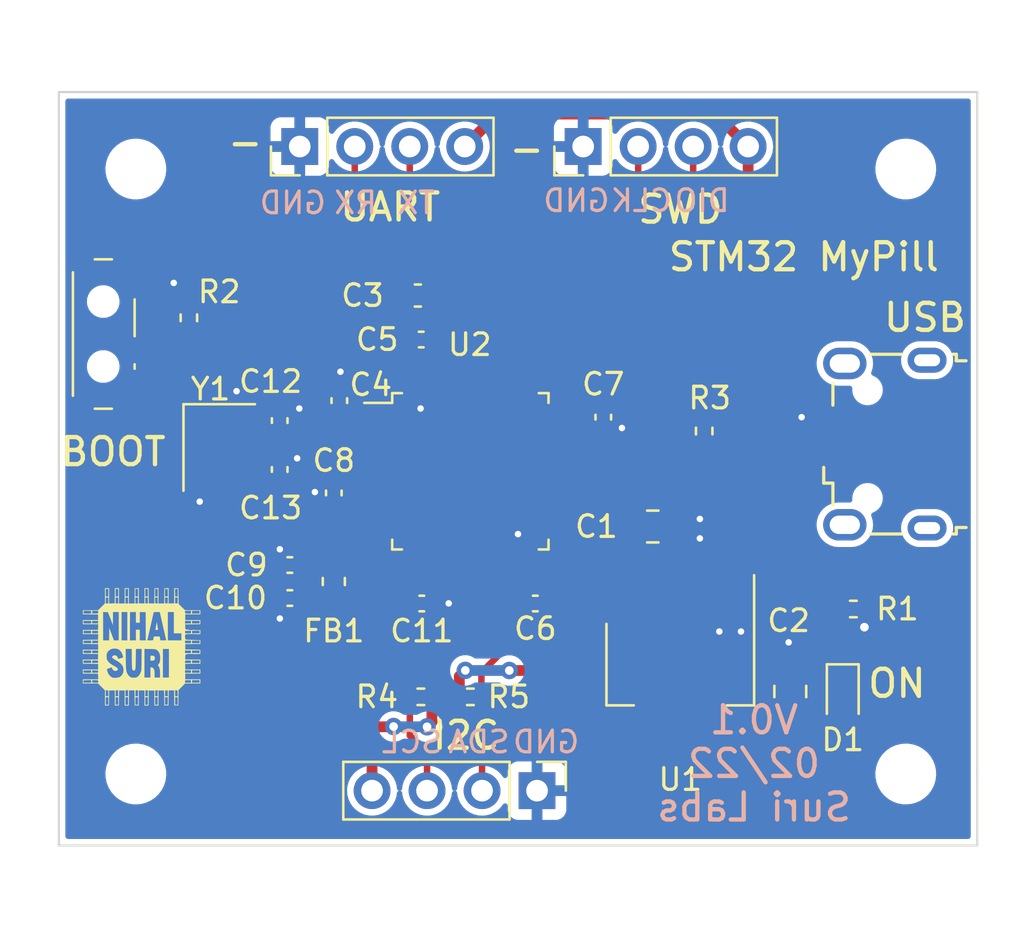
<source format=kicad_pcb>
(kicad_pcb (version 20211014) (generator pcbnew)
  (layers (0 "F.Cu" signal) (31 "B.Cu" power) (34 "B.Paste" user) (35 "F.Paste" user) (36 "B.SilkS" user "B.Silkscreen") (37 "F.SilkS" user "F.Silkscreen") (38 "B.Mask" user) (39 "F.Mask" user) (44 "Edge.Cuts" user))
  (net 0 "")
  (net 1 "VBUS")
  (net 2 "GND")
  (net 3 "+3V3")
  (net 4 "+3.3VA")
  (net 5 "/NRST")
  (net 6 "/HSE_IN")
  (net 7 "/HSE_OUT")
  (net 8 "/PWR_LED_K")
  (net 9 "/USB_D-")
  (net 10 "/USB_D+")
  (net 12 "/USART1_RX")
  (net 13 "/USART1_TX")
  (net 14 "/SWCLK")
  (net 15 "/SWDIO")
  (net 16 "/I2C2_SDA")
  (net 17 "/I2C2_SCL")
  (net 18 "/SW_BOOT0")
  (net 19 "/BOOT0")
  (footprint "Package_TO_SOT_SMD:SOT-223-3_TabPin2" (layer "F.Cu") (at 107.696 88.9 -90)
    (fp_text reference "U1" (at 5.334 0 180) (layer "F.SilkS"))
    (fp_text value "AMS1117-3.3")
    (pad "1" smd rect (at -3.15 -2.3 270) (size 2 1.5) (layers "F.Cu" "F.Paste" "F.Mask") (net 2 "GND"))
    (pad "2" smd rect (at -3.15 0 270) (size 2 1.5) (layers "F.Cu" "F.Paste" "F.Mask") (net 3 "+3V3"))
    (pad "2" smd rect (at 3.15 0 270) (size 2 3.8) (layers "F.Cu" "F.Paste" "F.Mask") (net 3 "+3V3"))
    (pad "3" smd rect (at -3.15 2.3 270) (size 2 1.5) (layers "F.Cu" "F.Paste" "F.Mask") (net 1 "VBUS"))
  )
  (footprint "Capacitor_SMD:C_0402_1005Metric" (layer "F.Cu") (at 101 86.106 180)
    (fp_text reference "C6" (at 0 -1.16) (layer "F.SilkS"))
    (fp_text value "100n")
    (pad "1" smd roundrect (at -0.48 0 180) (size 0.56 0.62) (layers "F.Cu" "F.Paste" "F.Mask") (net 3 "+3V3"))
    (pad "2" smd roundrect (at 0.48 0 180) (size 0.56 0.62) (layers "F.Cu" "F.Paste" "F.Mask") (net 2 "GND"))
  )
  (footprint "Connector_USB:USB_Micro-B_Wuerth_629105150521" (layer "F.Cu") (at 117.145 78.745 90)
    (fp_text reference "J1")
    (fp_text value "USB_B_Micro")
    (pad "" np_thru_hole oval (at 2.5 -0.8 90) (size 0.8 0.8) (drill 0.8) (layers *.Cu *.Mask))
    (pad "" np_thru_hole oval (at -2.5 -0.8 90) (size 0.8 0.8) (drill 0.8) (layers *.Cu *.Mask))
    (pad "1" smd rect (at -1.3 -1.9 90) (size 0.45 1.3) (layers "F.Cu" "F.Paste" "F.Mask") (net 1 "VBUS"))
    (pad "2" smd rect (at -0.65 -1.9 90) (size 0.45 1.3) (layers "F.Cu" "F.Paste" "F.Mask") (net 9 "/USB_D-"))
    (pad "3" smd rect (at 0 -1.9 90) (size 0.45 1.3) (layers "F.Cu" "F.Paste" "F.Mask") (net 10 "/USB_D+"))
    (pad "4" smd rect (at 0.65 -1.9 90) (size 0.45 1.3) (layers "F.Cu" "F.Paste" "F.Mask"))
    (pad "5" smd rect (at 1.3 -1.9 90) (size 0.45 1.3) (layers "F.Cu" "F.Paste" "F.Mask") (net 2 "GND"))
    (pad "6" thru_hole oval (at 3.725 -1.85 90) (size 1.45 2) (drill oval 0.85 1.4) (layers *.Cu *.Mask))
    (pad "6" thru_hole oval (at -3.725 -1.85 90) (size 1.45 2) (drill oval 0.85 1.4) (layers *.Cu *.Mask))
    (pad "6" thru_hole oval (at -3.875 1.95 90) (size 1.15 1.8) (drill oval 0.55 1.2) (layers *.Cu *.Mask))
    (pad "6" thru_hole oval (at 3.875 1.95 90) (size 1.15 1.8) (drill oval 0.55 1.2) (layers *.Cu *.Mask))
  )
  (footprint "LOGO" (layer "F.Cu") (at 82.9 88)
    (fp_text reference "G***" hide)
    (fp_text value "LOGO" hide)
  )
  (footprint "Capacitor_SMD:C_0402_1005Metric" (layer "F.Cu") (at 91.948 76.736 90)
    (fp_text reference "C4" (at 0.736 1.452 180) (layer "F.SilkS"))
    (fp_text value "100n")
    (pad "1" smd roundrect (at -0.48 0 90) (size 0.56 0.62) (layers "F.Cu" "F.Paste" "F.Mask") (net 3 "+3V3"))
    (pad "2" smd roundrect (at 0.48 0 90) (size 0.56 0.62) (layers "F.Cu" "F.Paste" "F.Mask") (net 2 "GND"))
  )
  (footprint "Connector_PinHeader_2.54mm:PinHeader_1x04_P2.54mm_Vertical" (layer "F.Cu") (at 101.08 94.75 -90)
    (fp_text reference "J4")
    (fp_text value "Conn_01x04_Male")
    (pad "1" thru_hole rect (at 0 0 270) (size 1.7 1.7) (drill 1) (layers *.Cu *.Mask) (net 2 "GND"))
    (pad "2" thru_hole oval (at 0 2.54 270) (size 1.7 1.7) (drill 1) (layers *.Cu *.Mask) (net 16 "/I2C2_SDA"))
    (pad "3" thru_hole oval (at 0 5.08 270) (size 1.7 1.7) (drill 1) (layers *.Cu *.Mask) (net 17 "/I2C2_SCL"))
    (pad "4" thru_hole oval (at 0 7.62 270) (size 1.7 1.7) (drill 1) (layers *.Cu *.Mask) (net 3 "+3V3"))
  )
  (footprint "Capacitor_SMD:C_0402_1005Metric" (layer "F.Cu") (at 95.758 86.106)
    (fp_text reference "C11" (at 0 1.27) (layer "F.SilkS"))
    (fp_text value "100n")
    (pad "1" smd roundrect (at -0.48 0) (size 0.56 0.62) (layers "F.Cu" "F.Paste" "F.Mask") (net 5 "/NRST"))
    (pad "2" smd roundrect (at 0.48 0) (size 0.56 0.62) (layers "F.Cu" "F.Paste" "F.Mask") (net 2 "GND"))
  )
  (footprint "MountingHole:MountingHole_2.2mm_M2" (layer "F.Cu") (at 82.55 66.04)
    (fp_text reference "H1")
    (fp_text value "MountingHole")
    (pad "" np_thru_hole circle (at 0 0) (size 2.2 2.2) (drill 2.2) (layers *.Cu *.Mask))
  )
  (footprint "Connector_PinHeader_2.54mm:PinHeader_1x04_P2.54mm_Vertical" (layer "F.Cu") (at 103.21 65 90)
    (fp_text reference "J3")
    (fp_text value "Conn_01x04_Male")
    (pad "1" thru_hole rect (at 0 0 90) (size 1.7 1.7) (drill 1) (layers *.Cu *.Mask) (net 2 "GND"))
    (pad "2" thru_hole oval (at 0 2.54 90) (size 1.7 1.7) (drill 1) (layers *.Cu *.Mask) (net 14 "/SWCLK"))
    (pad "3" thru_hole oval (at 0 5.08 90) (size 1.7 1.7) (drill 1) (layers *.Cu *.Mask) (net 15 "/SWDIO"))
    (pad "4" thru_hole oval (at 0 7.62 90) (size 1.7 1.7) (drill 1) (layers *.Cu *.Mask) (net 3 "+3V3"))
  )
  (footprint "Button_Switch_SMD:SW_SPDT_PCM12" (layer "F.Cu") (at 81.374 73.66 -90)
    (fp_text reference "SW1")
    (fp_text value "SW_SPDT")
    (pad "" np_thru_hole circle (at -1.5 0.33 270) (size 0.9 0.9) (drill 0.9) (layers *.Cu *.Mask))
    (pad "" smd rect (at 3.65 -0.78 270) (size 1 0.8) (layers "F.Cu" "F.Paste" "F.Mask"))
    (pad "" smd rect (at 3.65 1.43 270) (size 1 0.8) (layers "F.Cu" "F.Paste" "F.Mask"))
    (pad "" smd rect (at -3.65 1.43 270) (size 1 0.8) (layers "F.Cu" "F.Paste" "F.Mask"))
    (pad "" np_thru_hole circle (at 1.5 0.33 270) (size 0.9 0.9) (drill 0.9) (layers *.Cu *.Mask))
    (pad "" smd rect (at -3.65 -0.78 270) (size 1 0.8) (layers "F.Cu" "F.Paste" "F.Mask"))
    (pad "1" smd rect (at -2.25 -1.43 270) (size 0.7 1.5) (layers "F.Cu" "F.Paste" "F.Mask") (net 2 "GND"))
    (pad "2" smd rect (at 0.75 -1.43 270) (size 0.7 1.5) (layers "F.Cu" "F.Paste" "F.Mask") (net 18 "/SW_BOOT0"))
    (pad "3" smd rect (at 2.25 -1.43 270) (size 0.7 1.5) (layers "F.Cu" "F.Paste" "F.Mask") (net 3 "+3V3"))
  )
  (footprint "MountingHole:MountingHole_2.2mm_M2" (layer "F.Cu") (at 82.55 93.98)
    (fp_text reference "H4")
    (fp_text value "MountingHole")
    (pad "" np_thru_hole circle (at 0 0) (size 2.2 2.2) (drill 2.2) (layers *.Cu *.Mask))
  )
  (footprint "Capacitor_SMD:C_0402_1005Metric" (layer "F.Cu") (at 89.662 84.328 180)
    (fp_text reference "C9" (at 2.004 0) (layer "F.SilkS"))
    (fp_text value "1u")
    (pad "1" smd roundrect (at -0.48 0 180) (size 0.56 0.62) (layers "F.Cu" "F.Paste" "F.Mask") (net 4 "+3.3VA"))
    (pad "2" smd roundrect (at 0.48 0 180) (size 0.56 0.62) (layers "F.Cu" "F.Paste" "F.Mask") (net 2 "GND"))
  )
  (footprint "Capacitor_SMD:C_0805_2012Metric" (layer "F.Cu") (at 112.776 90.17 90)
    (fp_text reference "C2" (at 3.27 -0.076 180) (layer "F.SilkS"))
    (fp_text value "22u")
    (pad "1" smd roundrect (at -0.95 0 90) (size 1 1.45) (layers "F.Cu" "F.Paste" "F.Mask") (net 3 "+3V3"))
    (pad "2" smd roundrect (at 0.95 0 90) (size 1 1.45) (layers "F.Cu" "F.Paste" "F.Mask") (net 2 "GND"))
  )
  (footprint "LED_SMD:LED_0603_1608Metric" (layer "F.Cu") (at 115.2 90.4 -90)
    (fp_text reference "D1" (at 2 0 180) (layer "F.SilkS"))
    (fp_text value "RED")
    (pad "1" smd roundrect (at -0.7875 0 270) (size 0.875 0.95) (layers "F.Cu" "F.Paste" "F.Mask") (net 8 "/PWR_LED_K"))
    (pad "2" smd roundrect (at 0.7875 0 270) (size 0.875 0.95) (layers "F.Cu" "F.Paste" "F.Mask") (net 3 "+3V3"))
  )
  (footprint "Capacitor_SMD:C_0402_1005Metric" (layer "F.Cu") (at 89.662 85.852 180)
    (fp_text reference "C10" (at 2.512 0) (layer "F.SilkS"))
    (fp_text value "1u")
    (pad "1" smd roundrect (at -0.48 0 180) (size 0.56 0.62) (layers "F.Cu" "F.Paste" "F.Mask") (net 3 "+3V3"))
    (pad "2" smd roundrect (at 0.48 0 180) (size 0.56 0.62) (layers "F.Cu" "F.Paste" "F.Mask") (net 2 "GND"))
  )
  (footprint "Package_QFP:LQFP-48_7x7mm_P0.5mm" (layer "F.Cu") (at 98 80)
    (fp_text reference "U2" (at -0.028 -5.85) (layer "F.SilkS"))
    (fp_text value "STM32F103C8T6")
    (pad "1" smd roundrect (at -4.1625 -2.75) (size 1.475 0.3) (layers "F.Cu" "F.Paste" "F.Mask") (net 3 "+3V3"))
    (pad "2" smd roundrect (at -4.1625 -2.25) (size 1.475 0.3) (layers "F.Cu" "F.Paste" "F.Mask"))
    (pad "3" smd roundrect (at -4.1625 -1.75) (size 1.475 0.3) (layers "F.Cu" "F.Paste" "F.Mask"))
    (pad "4" smd roundrect (at -4.1625 -1.25) (size 1.475 0.3) (layers "F.Cu" "F.Paste" "F.Mask"))
    (pad "5" smd roundrect (at -4.1625 -0.75) (size 1.475 0.3) (layers "F.Cu" "F.Paste" "F.Mask") (net 6 "/HSE_IN"))
    (pad "6" smd roundrect (at -4.1625 -0.25) (size 1.475 0.3) (layers "F.Cu" "F.Paste" "F.Mask") (net 7 "/HSE_OUT"))
    (pad "7" smd roundrect (at -4.1625 0.25) (size 1.475 0.3) (layers "F.Cu" "F.Paste" "F.Mask") (net 5 "/NRST"))
    (pad "8" smd roundrect (at -4.1625 0.75) (size 1.475 0.3) (layers "F.Cu" "F.Paste" "F.Mask") (net 2 "GND"))
    (pad "9" smd roundrect (at -4.1625 1.25) (size 1.475 0.3) (layers "F.Cu" "F.Paste" "F.Mask") (net 4 "+3.3VA"))
    (pad "10" smd roundrect (at -4.1625 1.75) (size 1.475 0.3) (layers "F.Cu" "F.Paste" "F.Mask"))
    (pad "11" smd roundrect (at -4.1625 2.25) (size 1.475 0.3) (layers "F.Cu" "F.Paste" "F.Mask"))
    (pad "12" smd roundrect (at -4.1625 2.75) (size 1.475 0.3) (layers "F.Cu" "F.Paste" "F.Mask"))
    (pad "13" smd roundrect (at -2.75 4.1625) (size 0.3 1.475) (layers "F.Cu" "F.Paste" "F.Mask"))
    (pad "14" smd roundrect (at -2.25 4.1625) (size 0.3 1.475) (layers "F.Cu" "F.Paste" "F.Mask"))
    (pad "15" smd roundrect (at -1.75 4.1625) (size 0.3 1.475) (layers "F.Cu" "F.Paste" "F.Mask"))
    (pad "16" smd roundrect (at -1.25 4.1625) (size 0.3 1.475) (layers "F.Cu" "F.Paste" "F.Mask"))
    (pad "17" smd roundrect (at -0.75 4.1625) (size 0.3 1.475) (layers "F.Cu" "F.Paste" "F.Mask"))
    (pad "18" smd roundrect (at -0.25 4.1625) (size 0.3 1.475) (layers "F.Cu" "F.Paste" "F.Mask"))
    (pad "19" smd roundrect (at 0.25 4.1625) (size 0.3 1.475) (layers "F.Cu" "F.Paste" "F.Mask"))
    (pad "20" smd roundrect (at 0.75 4.1625) (size 0.3 1.475) (layers "F.Cu" "F.Paste" "F.Mask"))
    (pad "21" smd roundrect (at 1.25 4.1625) (size 0.3 1.475) (layers "F.Cu" "F.Paste" "F.Mask") (net 17 "/I2C2_SCL"))
    (pad "22" smd roundrect (at 1.75 4.1625) (size 0.3 1.475) (layers "F.Cu" "F.Paste" "F.Mask") (net 16 "/I2C2_SDA"))
    (pad "23" smd roundrect (at 2.25 4.1625) (size 0.3 1.475) (layers "F.Cu" "F.Paste" "F.Mask") (net 2 "GND"))
    (pad "24" smd roundrect (at 2.75 4.1625) (size 0.3 1.475) (layers "F.Cu" "F.Paste" "F.Mask") (net 3 "+3V3"))
    (pad "25" smd roundrect (at 4.1625 2.75) (size 1.475 0.3) (layers "F.Cu" "F.Paste" "F.Mask"))
    (pad "26" smd roundrect (at 4.1625 2.25) (size 1.475 0.3) (layers "F.Cu" "F.Paste" "F.Mask"))
    (pad "27" smd roundrect (at 4.1625 1.75) (size 1.475 0.3) (layers "F.Cu" "F.Paste" "F.Mask"))
    (pad "28" smd roundrect (at 4.1625 1.25) (size 1.475 0.3) (layers "F.Cu" "F.Paste" "F.Mask"))
    (pad "29" smd roundrect (at 4.1625 0.75) (size 1.475 0.3) (layers "F.Cu" "F.Paste" "F.Mask"))
    (pad "30" smd roundrect (at 4.1625 0.25) (size 1.475 0.3) (layers "F.Cu" "F.Paste" "F.Mask"))
    (pad "31" smd roundrect (at 4.1625 -0.25) (size 1.475 0.3) (layers "F.Cu" "F.Paste" "F.Mask"))
    (pad "32" smd roundrect (at 4.1625 -0.75) (size 1.475 0.3) (layers "F.Cu" "F.Paste" "F.Mask") (net 9 "/USB_D-"))
    (pad "33" smd roundrect (at 4.1625 -1.25) (size 1.475 0.3) (layers "F.Cu" "F.Paste" "F.Mask") (net 10 "/USB_D+"))
    (pad "34" smd roundrect (at 4.1625 -1.75) (size 1.475 0.3) (layers "F.Cu" "F.Paste" "F.Mask") (net 15 "/SWDIO"))
    (pad "35" smd roundrect (at 4.1625 -2.25) (size 1.475 0.3) (layers "F.Cu" "F.Paste" "F.Mask") (net 2 "GND"))
    (pad "36" smd roundrect (at 4.1625 -2.75) (size 1.475 0.3) (layers "F.Cu" "F.Paste" "F.Mask") (net 3 "+3V3"))
    (pad "37" smd roundrect (at 2.75 -4.1625) (size 0.3 1.475) (layers "F.Cu" "F.Paste" "F.Mask") (net 14 "/SWCLK"))
    (pad "38" smd roundrect (at 2.25 -4.1625) (size 0.3 1.475) (layers "F.Cu" "F.Paste" "F.Mask"))
    (pad "39" smd roundrect (at 1.75 -4.1625) (size 0.3 1.475) (layers "F.Cu" "F.Paste" "F.Mask"))
    (pad "40" smd roundrect (at 1.25 -4.1625) (size 0.3 1.475) (layers "F.Cu" "F.Paste" "F.Mask"))
    (pad "41" smd roundrect (at 0.75 -4.1625) (size 0.3 1.475) (layers "F.Cu" "F.Paste" "F.Mask"))
    (pad "42" smd roundrect (at 0.25 -4.1625) (size 0.3 1.475) (layers "F.Cu" "F.Paste" "F.Mask") (net 13 "/USART1_TX"))
    (pad "43" smd roundrect (at -0.25 -4.1625) (size 0.3 1.475) (layers "F.Cu" "F.Paste" "F.Mask") (net 12 "/USART1_RX"))
    (pad "44" smd roundrect (at -0.75 -4.1625) (size 0.3 1.475) (layers "F.Cu" "F.Paste" "F.Mask") (net 19 "/BOOT0"))
    (pad "45" smd roundrect (at -1.25 -4.1625) (size 0.3 1.475) (layers "F.Cu" "F.Paste" "F.Mask"))
    (pad "46" smd roundrect (at -1.75 -4.1625) (size 0.3 1.475) (layers "F.Cu" "F.Paste" "F.Mask"))
    (pad "47" smd roundrect (at -2.25 -4.1625) (size 0.3 1.475) (layers "F.Cu" "F.Paste" "F.Mask") (net 2 "GND"))
    (pad "48" smd roundrect (at -2.75 -4.1625) (size 0.3 1.475) (layers "F.Cu" "F.Paste" "F.Mask") (net 3 "+3V3"))
  )
  (footprint "Resistor_SMD:R_0402_1005Metric" (layer "F.Cu") (at 108.8 78.14 -90)
    (fp_text reference "R3" (at -1.524 -0.254 180) (layer "F.SilkS"))
    (fp_text value "1k5")
    (pad "1" smd roundrect (at -0.51 0 270) (size 0.54 0.64) (layers "F.Cu" "F.Paste" "F.Mask") (net 3 "+3V3"))
    (pad "2" smd roundrect (at 0.51 0 270) (size 0.54 0.64) (layers "F.Cu" "F.Paste" "F.Mask") (net 10 "/USB_D+"))
  )
  (footprint "Capacitor_SMD:C_0805_2012Metric" (layer "F.Cu") (at 106.426 82.55)
    (fp_text reference "C1" (at -2.606 0) (layer "F.SilkS"))
    (fp_text value "22u")
    (pad "1" smd roundrect (at -0.95 0) (size 1 1.45) (layers "F.Cu" "F.Paste" "F.Mask") (net 1 "VBUS"))
    (pad "2" smd roundrect (at 0.95 0) (size 1 1.45) (layers "F.Cu" "F.Paste" "F.Mask") (net 2 "GND"))
  )
  (footprint "MountingHole:MountingHole_2.2mm_M2" (layer "F.Cu") (at 118.11 66.04)
    (fp_text reference "H2")
    (fp_text value "MountingHole")
    (pad "" np_thru_hole circle (at 0 0) (size 2.2 2.2) (drill 2.2) (layers *.Cu *.Mask))
  )
  (footprint "Capacitor_SMD:C_0402_1005Metric" (layer "F.Cu") (at 89.194 77.658 90)
    (fp_text reference "C12" (at 1.806 -0.42 180) (layer "F.SilkS"))
    (fp_text value "10p")
    (pad "1" smd roundrect (at -0.48 0 90) (size 0.56 0.62) (layers "F.Cu" "F.Paste" "F.Mask") (net 6 "/HSE_IN"))
    (pad "2" smd roundrect (at 0.48 0 90) (size 0.56 0.62) (layers "F.Cu" "F.Paste" "F.Mask") (net 2 "GND"))
  )
  (footprint "Resistor_SMD:R_0402_1005Metric" (layer "F.Cu") (at 115.69 86.36 180)
    (fp_text reference "R1" (at -2.032 0 180) (layer "F.SilkS"))
    (fp_text value "1k5")
    (pad "1" smd roundrect (at -0.51 0 180) (size 0.54 0.64) (layers "F.Cu" "F.Paste" "F.Mask") (net 2 "GND"))
    (pad "2" smd roundrect (at 0.51 0 180) (size 0.54 0.64) (layers "F.Cu" "F.Paste" "F.Mask") (net 8 "/PWR_LED_K"))
  )
  (footprint "Connector_PinHeader_2.54mm:PinHeader_1x04_P2.54mm_Vertical" (layer "F.Cu") (at 90.12 65 90)
    (fp_text reference "J2")
    (fp_text value "Conn_01x04_Male")
    (pad "1" thru_hole rect (at 0 0 90) (size 1.7 1.7) (drill 1) (layers *.Cu *.Mask) (net 2 "GND"))
    (pad "2" thru_hole oval (at 0 2.54 90) (size 1.7 1.7) (drill 1) (layers *.Cu *.Mask) (net 12 "/USART1_RX"))
    (pad "3" thru_hole oval (at 0 5.08 90) (size 1.7 1.7) (drill 1) (layers *.Cu *.Mask) (net 13 "/USART1_TX"))
    (pad "4" thru_hole oval (at 0 7.62 90) (size 1.7 1.7) (drill 1) (layers *.Cu *.Mask) (net 3 "+3V3"))
  )
  (footprint "Capacitor_SMD:C_0603_1608Metric" (layer "F.Cu") (at 95.575 71.882)
    (fp_text reference "C3" (at -2.555 0) (layer "F.SilkS"))
    (fp_text value "10u")
    (pad "1" smd roundrect (at -0.775 0) (size 0.9 0.95) (layers "F.Cu" "F.Paste" "F.Mask") (net 3 "+3V3"))
    (pad "2" smd roundrect (at 0.775 0) (size 0.9 0.95) (layers "F.Cu" "F.Paste" "F.Mask") (net 2 "GND"))
  )
  (footprint "Crystal:Crystal_SMD_3225-4Pin_3.2x2.5mm" (layer "F.Cu") (at 86.4 78.9 -90)
    (fp_text reference "Y1" (at -2.7 0.4 180) (layer "F.SilkS"))
    (fp_text value "16MHz")
    (pad "1" smd rect (at -1.1 0.85 270) (size 1.4 1.2) (layers "F.Cu" "F.Paste" "F.Mask") (net 6 "/HSE_IN"))
    (pad "2" smd rect (at 1.1 0.85 270) (size 1.4 1.2) (layers "F.Cu" "F.Paste" "F.Mask") (net 2 "GND"))
    (pad "3" smd rect (at 1.1 -0.85 270) (size 1.4 1.2) (layers "F.Cu" "F.Paste" "F.Mask") (net 7 "/HSE_OUT"))
    (pad "4" smd rect (at -1.1 -0.85 270) (size 1.4 1.2) (layers "F.Cu" "F.Paste" "F.Mask") (net 2 "GND"))
  )
  (footprint "Resistor_SMD:R_0402_1005Metric" (layer "F.Cu") (at 85 72.91 90)
    (fp_text reference "R2" (at 1.2 1.4 180) (layer "F.SilkS"))
    (fp_text value "10k")
    (pad "1" smd roundrect (at -0.51 0 90) (size 0.54 0.64) (layers "F.Cu" "F.Paste" "F.Mask") (net 18 "/SW_BOOT0"))
    (pad "2" smd roundrect (at 0.51 0 90) (size 0.54 0.64) (layers "F.Cu" "F.Paste" "F.Mask") (net 19 "/BOOT0"))
  )
  (footprint "Resistor_SMD:R_0402_1005Metric" (layer "F.Cu") (at 95.714 90.416 180)
    (fp_text reference "R4" (at 2.032 0) (layer "F.SilkS"))
    (fp_text value "1k5")
    (pad "1" smd roundrect (at -0.51 0 180) (size 0.54 0.64) (layers "F.Cu" "F.Paste" "F.Mask") (net 3 "+3V3"))
    (pad "2" smd roundrect (at 0.51 0 180) (size 0.54 0.64) (layers "F.Cu" "F.Paste" "F.Mask") (net 17 "/I2C2_SCL"))
  )
  (footprint "Capacitor_SMD:C_0402_1005Metric" (layer "F.Cu") (at 91.694 81 90)
    (fp_text reference "C8" (at 1.496 0 180) (layer "F.SilkS"))
    (fp_text value "10n")
    (pad "1" smd roundrect (at -0.48 0 90) (size 0.56 0.62) (layers "F.Cu" "F.Paste" "F.Mask") (net 4 "+3.3VA"))
    (pad "2" smd roundrect (at 0.48 0 90) (size 0.56 0.62) (layers "F.Cu" "F.Paste" "F.Mask") (net 2 "GND"))
  )
  (footprint "Capacitor_SMD:C_0402_1005Metric" (layer "F.Cu") (at 104.14 77.5 -90)
    (fp_text reference "C7" (at -1.524 0 180) (layer "F.SilkS"))
    (fp_text value "100n")
    (pad "1" smd roundrect (at -0.48 0 270) (size 0.56 0.62) (layers "F.Cu" "F.Paste" "F.Mask") (net 3 "+3V3"))
    (pad "2" smd roundrect (at 0.48 0 270) (size 0.56 0.62) (layers "F.Cu" "F.Paste" "F.Mask") (net 2 "GND"))
  )
  (footprint "MountingHole:MountingHole_2.2mm_M2" (layer "F.Cu") (at 118.11 93.98)
    (fp_text reference "H3")
    (fp_text value "MountingHole")
    (pad "" np_thru_hole circle (at 0 0) (size 2.2 2.2) (drill 2.2) (layers *.Cu *.Mask))
  )
  (footprint "Inductor_SMD:L_0603_1608Metric" (layer "F.Cu") (at 91.694 85.09 -90)
    (fp_text reference "FB1" (at 2.286 0 180) (layer "F.SilkS"))
    (fp_text value "120R")
    (pad "1" smd roundrect (at -0.7875 0 270) (size 0.875 0.95) (layers "F.Cu" "F.Paste" "F.Mask") (net 4 "+3.3VA"))
    (pad "2" smd roundrect (at 0.7875 0 270) (size 0.875 0.95) (layers "F.Cu" "F.Paste" "F.Mask") (net 3 "+3V3"))
  )
  (footprint "Resistor_SMD:R_0402_1005Metric" (layer "F.Cu") (at 98 90.416)
    (fp_text reference "R5" (at 1.776 0) (layer "F.SilkS"))
    (fp_text value "1k5")
    (pad "1" smd roundrect (at -0.51 0) (size 0.54 0.64) (layers "F.Cu" "F.Paste" "F.Mask") (net 3 "+3V3"))
    (pad "2" smd roundrect (at 0.51 0) (size 0.54 0.64) (layers "F.Cu" "F.Paste" "F.Mask") (net 16 "/I2C2_SDA"))
  )
  (footprint "Capacitor_SMD:C_0402_1005Metric" (layer "F.Cu") (at 89.194 79.916 90)
    (fp_text reference "C13" (at -1.778 -0.42) (layer "F.SilkS"))
    (fp_text value "10p")
    (pad "1" smd roundrect (at -0.48 0 90) (size 0.56 0.62) (layers "F.Cu" "F.Paste" "F.Mask") (net 7 "/HSE_OUT"))
    (pad "2" smd roundrect (at 0.48 0 90) (size 0.56 0.62) (layers "F.Cu" "F.Paste" "F.Mask") (net 2 "GND"))
  )
  (footprint "Capacitor_SMD:C_0402_1005Metric" (layer "F.Cu") (at 95.73 73.914)
    (fp_text reference "C5" (at -2.032 0) (layer "F.SilkS"))
    (fp_text value "100n")
    (pad "1" smd roundrect (at -0.48 0) (size 0.56 0.62) (layers "F.Cu" "F.Paste" "F.Mask") (net 3 "+3V3"))
    (pad "2" smd roundrect (at 0.48 0) (size 0.56 0.62) (layers "F.Cu" "F.Paste" "F.Mask") (net 2 "GND"))
  )
  (gr_line (start 121.412 93.98) (end 121.412 97.028) (layer "Edge.Cuts") (width 0.1))
  (gr_line (start 121.412 97.028) (end 121.412 97.282) (layer "Edge.Cuts") (width 0.1))
  (gr_line (start 78.994 62.484) (end 121.412 62.484) (layer "Edge.Cuts") (width 0.1))
  (gr_line (start 78.994 97.282) (end 78.994 62.484) (layer "Edge.Cuts") (width 0.1))
  (gr_line (start 121.412 97.282) (end 78.994 97.282) (layer "Edge.Cuts") (width 0.1))
  (gr_line (start 121.412 62.484) (end 121.412 93.98) (layer "Edge.Cuts") (width 0.1))
  (gr_text "GND" (at 101.5 92.5) (layer "B.SilkS") (effects (font (size 1 1)) (justify mirror)))
  (gr_text "SCL\n" (at 95.3 92.5) (layer "B.SilkS") (effects (font (size 1 1)) (justify mirror)))
  (gr_text "TX" (at 95.5 67.6) (layer "B.SilkS") (effects (font (size 1 1)) (justify mirror)))
  (gr_text "GND" (at 102.9 67.5) (layer "B.SilkS") (effects (font (size 1 1)) (justify mirror)))
  (gr_text "GND" (at 89.8 67.6) (layer "B.SilkS") (effects (font (size 1 1)) (justify mirror)))
  (gr_text "SDA" (at 98.4 92.5) (layer "B.SilkS") (effects (font (size 1 1)) (justify mirror)))
  (gr_text "CLK" (at 105.9 67.5) (layer "B.SilkS") (effects (font (size 1 1)) (justify mirror)))
  (gr_text "DIO" (at 108.7 67.5) (layer "B.SilkS") (effects (font (size 1 1)) (justify mirror)))
  (gr_text "RX" (at 92.7 67.6) (layer "B.SilkS") (effects (font (size 1 1)) (justify mirror)))
  (gr_text "V0.1\n02/22\nSuri Labs" (at 111.1 93.5) (layer "B.SilkS") (effects (font (size 1.25 1.25) (thickness 0.2)) (justify mirror)))
  (gr_text "ON" (at 117.7 89.8) (layer "F.SilkS") (effects (font (size 1.25 1.25) (thickness 0.2))))
  (gr_text "USB" (at 119 72.9) (layer "F.SilkS") (effects (font (size 1.25 1.25) (thickness 0.2))))
  (gr_text "STM32 MyPill" (at 113.4 70.1) (layer "F.SilkS") (effects (font (size 1.25 1.25) (thickness 0.2))))
  (gr_text "UART" (at 94.3 67.8) (layer "F.SilkS") (effects (font (size 1.25 1.25) (thickness 0.2))))
  (gr_text "BOOT\n" (at 81.5 79.1) (layer "F.SilkS") (effects (font (size 1.25 1.25) (thickness 0.2))))
  (gr_text "-" (at 87.6 64.8) (layer "F.SilkS") (effects (font (size 1.25 1.25) (thickness 0.2))))
  (gr_text "SWD" (at 107.7 67.9) (layer "F.SilkS") (effects (font (size 1.25 1.25) (thickness 0.2))))
  (gr_text "I2C\n" (at 97.8 92.2) (layer "F.SilkS") (effects (font (size 1.25 1.25) (thickness 0.2))))
  (gr_text "-" (at 100.6 65.1) (layer "F.SilkS") (effects (font (size 1.25 1.25) (thickness 0.2))))
  (segment (start 100.25 84.1625) (end 100.25 85.25) (width 0.3) (layer "F.Cu") (net 2))
  (segment (start 93.8375 80.75) (end 92.999639 80.75) (width 0.3) (layer "F.Cu") (net 2))
  (segment (start 100.25 82.95) (end 100.2 82.9) (width 0.3) (layer "F.Cu") (net 2))
  (segment (start 116.2 86.36) (end 116.2 87.2) (width 0.5) (layer "F.Cu") (net 2))
  (segment (start 92.75 80.5) (end 91.714 80.5) (width 0.3) (layer "F.Cu") (net 2))
  (segment (start 89.2 86.8) (end 89.182 86.782) (width 0.5) (layer "F.Cu") (net 2))
  (segment (start 85.55 81.35) (end 85.5 81.4) (width 0.5) (layer "F.Cu") (net 2))
  (segment (start 89.182 86.782) (end 89.182 85.852) (width 0.5) (layer "F.Cu") (net 2))
  (segment (start 84.19 71.41) (end 84.3 71.3) (width 0.3) (layer "F.Cu") (net 2))
  (segment (start 96.2 73.2) (end 96.2 73.904) (width 0.5) (layer "F.Cu") (net 2))
  (segment (start 103.000361 77.75) (end 103.25 77.999639) (width 0.3) (layer "F.Cu") (net 2))
  (segment (start 96.4 71.932) (end 96.4 73) (width 0.5) (layer "F.Cu") (net 2))
  (segment (start 90.1 77.1) (end 90.022 77.178) (width 0.5) (layer "F.Cu") (net 2))
  (segment (start 96.238 86.106) (end 96.994 86.106) (width 0.5) (layer "F.Cu") (net 2))
  (segment (start 115.245 77.445) (end 113.355 77.445) (width 0.3) (layer "F.Cu") (net 2))
  (segment (start 91.694 80.52) (end 91.259478 80.52) (width 0.3) (layer "F.Cu") (net 2))
  (segment (start 89.182 84.328) (end 89.182 83.618) (width 0.5) (layer "F.Cu") (net 2))
  (segment (start 95.75 75.8375) (end 95.75 74.999639) (width 0.3) (layer "F.Cu") (net 2))
  (segment (start 85.55 80) (end 85.55 81.35) (width 0.5) (layer "F.Cu") (net 2))
  (segment (start 104.14 77.98) (end 104.98 77.98) (width 0.5) (layer "F.Cu") (net 2))
  (segment (start 89.182 83.618) (end 89.2 83.6) (width 0.5) (layer "F.Cu") (net 2))
  (segment (start 90.022 77.178) (end 89.194 77.178) (width 0.5) (layer "F.Cu") (net 2))
  (segment (start 96.994 86.106) (end 97 86.1) (width 0.5) (layer "F.Cu") (net 2))
  (segment (start 100.25 85.25) (end 100.52 85.52) (width 0.3) (layer "F.Cu") (net 2))
  (segment (start 95.75 74.999639) (end 96.21 74.539639) (width 0.3) (layer "F.Cu") (net 2))
  (segment (start 87.25 76.35) (end 87.2 76.3) (width 0.5) (layer "F.Cu") (net 2))
  (segment (start 91.948 75.452) (end 92 75.4) (width 0.5) (layer "F.Cu") (net 2))
  (segment (start 113.355 77.445) (end 113.3 77.5) (width 0.3) (layer "F.Cu") (net 2))
  (segment (start 91.948 76.256) (end 91.948 75.452) (width 0.5) (layer "F.Cu") (net 2))
  (segment (start 100.25 84.1625) (end 100.25 82.95) (width 0.3) (layer "F.Cu") (net 2))
  (segment (start 96.4 73) (end 96.2 73.2) (width 0.5) (layer "F.Cu") (net 2))
  (segment (start 102.1625 77.75) (end 103.000361 77.75) (width 0.3) (layer "F.Cu") (net 2))
  (segment (start 104.98 77.98) (end 105 78) (width 0.5) (layer "F.Cu") (net 2))
  (segment (start 92.75 80.500361) (end 92.75 80.5) (width 0.3) (layer "F.Cu") (net 2))
  (segment (start 103.25 78) (end 104.12 78) (width 0.3) (layer "F.Cu") (net 2))
  (segment (start 100.52 85.52) (end 100.52 86.106) (width 0.3) (layer "F.Cu") (net 2))
  (segment (start 96.21 74.539639) (end 96.21 73.914) (width 0.3) (layer "F.Cu") (net 2))
  (segment (start 95.75 77.05) (end 95.7 77.1) (width 0.3) (layer "F.Cu") (net 2))
  (segment (start 91.259478 80.52) (end 90.820413 80.959065) (width 0.3) (layer "F.Cu") (net 2))
  (segment (start 96.2 73.904) (end 96.21 73.914) (width 0.5) (layer "F.Cu") (net 2))
  (segment (start 95.75 75.8375) (end 95.75 77.05) (width 0.3) (layer "F.Cu") (net 2))
  (segment (start 89.194 79.436) (end 89.964 79.436) (width 0.5) (layer "F.Cu") (net 2))
  (segment (start 87.25 77.8) (end 87.25 76.35) (width 0.5) (layer "F.Cu") (net 2))
  (segment (start 91.714 80.5) (end 91.694 80.52) (width 0.3) (layer "F.Cu") (net 2))
  (segment (start 103.25 77.999639) (end 103.25 78) (width 0.3) (layer "F.Cu") (net 2))
  (segment (start 82.804 71.41) (end 84.19 71.41) (width 0.3) (layer "F.Cu") (net 2))
  (segment (start 92.999639 80.75) (end 92.75 80.500361) (width 0.3) (layer "F.Cu") (net 2))
  (segment (start 96.35 71.882) (end 96.4 71.932) (width 0.5) (layer "F.Cu") (net 2))
  (segment (start 89.964 79.436) (end 90 79.4) (width 0.5) (layer "F.Cu") (net 2))
  (via (at 100.2 82.9) (size 0.7) (drill 0.3) (layers "F.Cu" "B.Cu") (net 2))
  (via (at 90 79.4) (size 0.7) (drill 0.3) (layers "F.Cu" "B.Cu") (net 2))
  (via (at 92 75.4) (size 0.7) (drill 0.3) (layers "F.Cu" "B.Cu") (net 2))
  (via (at 112.7 87.9) (size 0.7) (drill 0.3) (layers "F.Cu" "B.Cu") (net 2))
  (via (at 108.6 83.1) (size 0.7) (drill 0.3) (layers "F.Cu" "B.Cu") (net 2))
  (via (at 95.7 77.1) (size 0.7) (drill 0.3) (layers "F.Cu" "B.Cu") (net 2))
  (via (at 116.2 87.2) (size 0.8) (drill 0.4) (layers "F.Cu" "B.Cu") (net 2))
  (via (at 84.3 71.3) (size 0.7) (drill 0.3) (layers "F.Cu" "B.Cu") (net 2))
  (via (at 97 86.1) (size 0.7) (drill 0.3) (layers "F.Cu" "B.Cu") (net 2))
  (via (at 108.6 82.2) (size 0.7) (drill 0.3) (layers "F.Cu" "B.Cu") (net 2))
  (via (at 110.5 87.4) (size 0.7) (drill 0.3) (layers "F.Cu" "B.Cu") (net 2))
  (via (at 90.1 77.1) (size 0.7) (drill 0.3) (layers "F.Cu" "B.Cu") (net 2))
  (via (at 89.2 83.6) (size 0.7) (drill 0.3) (layers "F.Cu" "B.Cu") (net 2))
  (via (at 109.5 87.4) (size 0.7) (drill 0.3) (layers "F.Cu" "B.Cu") (net 2))
  (via (at 85.5 81.4) (size 0.7) (drill 0.3) (layers "F.Cu" "B.Cu") (net 2))
  (via (at 113.3 77.5) (size 0.7) (drill 0.3) (layers "F.Cu" "B.Cu") (net 2))
  (via (at 87.2 76.3) (size 0.7) (drill 0.3) (layers "F.Cu" "B.Cu") (net 2))
  (via (at 89.2 86.8) (size 0.7) (drill 0.3) (layers "F.Cu" "B.Cu") (net 2))
  (via (at 105 78) (size 0.7) (drill 0.3) (layers "F.Cu" "B.Cu") (net 2))
  (via (at 90.820413 80.959065) (size 0.7) (drill 0.3) (layers "F.Cu" "B.Cu") (net 2))
  (segment (start 97.49 89.472196) (end 97.766449 89.195747) (width 0.5) (layer "F.Cu") (net 3))
  (segment (start 94.8 71.882) (end 94.8 72.6) (width 0.5) (layer "F.Cu") (net 3))
  (segment (start 84.3 85.5) (end 84.3 76.1) (width 0.5) (layer "F.Cu") (net 3))
  (segment (start 91.694 91.694) (end 91.694 85.8775) (width 0.5) (layer "F.Cu") (net 3))
  (segment (start 84.11 75.91) (end 84.3 76.1) (width 0.5) (layer "F.Cu") (net 3))
  (segment (start 109.9 77.7) (end 115.5 72.1) (width 0.5) (layer "F.Cu") (net 3))
  (segment (start 101.48 85.68) (end 101.48 86.106) (width 0.3) (layer "F.Cu") (net 3))
  (segment (start 94.441801 91.8) (end 93.6 91.8) (width 0.5) (layer "F.Cu") (net 3))
  (segment (start 82.804 75.91) (end 84.11 75.91) (width 0.5) (layer "F.Cu") (net 3))
  (segment (start 115.5 72.1) (end 117.5 74.1) (width 0.5) (layer "F.Cu") (net 3))
  (segment (start 91.8 91.8) (end 90.6 91.8) (width 0.5) (layer "F.Cu") (net 3))
  (segment (start 88.218 71.882) (end 93.918 71.882) (width 0.5) (layer "F.Cu") (net 3))
  (segment (start 90.6 91.8) (end 84.3 85.5) (width 0.5) (layer "F.Cu") (net 3))
  (segment (start 97.49 90.416) (end 96.224 90.416) (width 0.5) (layer "F.Cu") (net 3))
  (segment (start 96.224 90.416) (end 96.224 91.576) (width 0.5) (layer "F.Cu") (net 3))
  (segment (start 93.46 91.94) (end 93.6 91.8) (width 0.5) (layer "F.Cu") (net 3))
  (segment (start 99.24 63.5) (end 97.74 65) (width 0.5) (layer "F.Cu") (net 3))
  (segment (start 93.8375 71.9625) (end 93.918 71.882) (width 0.3) (layer "F.Cu") (net 3))
  (segment (start 117 91.2) (end 115.2125 91.2) (width 0.5) (layer "F.Cu") (net 3))
  (segment (start 114.08 91.12) (end 114.08 94.72) (width 0.5) (layer "F.Cu") (net 3))
  (segment (start 97.49 90.416) (end 97.49 89.472196) (width 0.5) (layer "F.Cu") (net 3))
  (segment (start 106.3 96) (end 103.2 92.9) (width 0.5) (layer "F.Cu") (net 3))
  (segment (start 108.8 77.63) (end 108.87 77.7) (width 0.5) (layer "F.Cu") (net 3))
  (segment (start 102.1625 77.25) (end 103.25 77.25) (width 0.3) (layer "F.Cu") (net 3))
  (segment (start 84.3 76.1) (end 84.3 75.8) (width 0.5) (layer "F.Cu") (net 3))
  (segment (start 94.4545 91.787301) (end 94.441801 91.8) (width 0.5) (layer "F.Cu") (net 3))
  (segment (start 109.33 63.5) (end 99.24 63.5) (width 0.5) (layer "F.Cu") (net 3))
  (segment (start 93.46 94.75) (end 93.46 91.94) (width 0.5) (layer "F.Cu") (net 3))
  (segment (start 103.2 89.2) (end 99.8 89.2) (width 0.5) (layer "F.Cu") (net 3))
  (segment (start 103.2 89.2) (end 103.2 87.826) (width 0.5) (layer "F.Cu") (net 3))
  (segment (start 96.224 91.576) (end 96 91.8) (width 0.5) (layer "F.Cu") (net 3))
  (segment (start 94.8 72.6) (end 95.25 73.05) (width 0.5) (layer "F.Cu") (net 3))
  (segment (start 93.918 71.882) (end 94.8 71.882) (width 0.5) (layer "F.Cu") (net 3))
  (segment (start 91.982 77.25) (end 91.948 77.216) (width 0.3) (layer "F.Cu") (net 3))
  (segment (start 117.5 90.7) (end 117 91.2) (width 0.5) (layer "F.Cu") (net 3))
  (segment (start 114.08 94.72) (end 112.8 96) (width 0.5) (layer "F.Cu") (net 3))
  (segment (start 114.08 91.12) (end 115.1325 91.12) (width 0.5) (layer "F.Cu") (net 3))
  (segment (start 93.8375 77.25) (end 91.982 77.25) (width 0.3) (layer "F.Cu") (net 3))
  (segment (start 112.776 91.12) (end 114.08 91.12) (width 0.5) (layer "F.Cu") (net 3))
  (segment (start 100.75 84.95) (end 101.48 85.68) (width 0.3) (layer "F.Cu") (net 3))
  (segment (start 112.8 96) (end 106.3 96) (width 0.5) (layer "F.Cu") (net 3))
  (segment (start 108.87 77.7) (end 109.9 77.7) (width 0.5) (layer "F.Cu") (net 3))
  (segment (start 93.6 91.8) (end 91.8 91.8) (width 0.5) (layer "F.Cu") (net 3))
  (segment (start 115.2125 91.2) (end 115.2 91.1875) (width 0.5) (layer "F.Cu") (net 3))
  (segment (start 100.75 84.1625) (end 100.75 84.95) (width 0.3) (layer "F.Cu") (net 3))
  (segment (start 95.25 75.8375) (end 95.25 73.914) (width 0.3) (layer "F.Cu") (net 3))
  (segment (start 108.19 77.02) (end 108.8 77.63) (width 0.5) (layer "F.Cu") (net 3))
  (segment (start 91.8 91.8) (end 91.694 91.694) (width 0.5) (layer "F.Cu") (net 3))
  (segment (start 103.25 77.25) (end 103.5 77) (width 0.3) (layer "F.Cu") (net 3))
  (segment (start 90.142 85.852) (end 91.6685 85.852) (width 0.5) (layer "F.Cu") (net 3))
  (segment (start 110.83 67.43) (end 115.5 72.1) (width 0.5) (layer "F.Cu") (net 3))
  (segment (start 91.6685 85.852) (end 91.694 85.8775) (width 0.5) (layer "F.Cu") (net 3))
  (segment (start 104.14 77.02) (end 108.19 77.02) (width 0.5) (layer "F.Cu") (net 3))
  (segment (start 103.2 92.9) (end 103.2 89.2) (width 0.5) (layer "F.Cu") (net 3))
  (segment (start 84.3 75.8) (end 88.218 71.882) (width 0.5) (layer "F.Cu") (net 3))
  (segment (start 103.2 87.826) (end 101.48 86.106) (width 0.5) (layer "F.Cu") (net 3))
  (segment (start 95.25 73.05) (end 95.25 73.914) (width 0.5) (layer "F.Cu") (net 3))
  (segment (start 110.83 65) (end 109.33 63.5) (width 0.5) (layer "F.Cu") (net 3))
  (segment (start 93.8375 77.25) (end 93.8375 71.9625) (width 0.3) (layer "F.Cu") (net 3))
  (segment (start 117.5 74.1) (end 117.5 90.7) (width 0.5) (layer "F.Cu") (net 3))
  (segment (start 103.5 77) (end 104.12 77) (width 0.3) (layer "F.Cu") (net 3))
  (segment (start 110.83 65) (end 110.83 67.43) (width 0.5) (layer "F.Cu") (net 3))
  (via (at 97.766449 89.195747) (size 0.8) (drill 0.4) (layers "F.Cu" "B.Cu") (net 3))
  (via (at 94.4545 91.787301) (size 0.8) (drill 0.4) (layers "F.Cu" "B.Cu") (net 3))
  (via (at 96 91.8) (size 0.8) (drill 0.4) (layers "F.Cu" "B.Cu") (net 3))
  (via (at 99.8 89.2) (size 0.8) (drill 0.4) (layers "F.Cu" "B.Cu") (net 3))
  (segment (start 94.467199 91.8) (end 94.4545 91.787301) (width 0.5) (layer "B.Cu") (net 3))
  (segment (start 97.770702 89.2) (end 97.766449 89.195747) (width 0.5) (layer "B.Cu") (net 3))
  (segment (start 99.8 89.2) (end 97.770702 89.2) (width 0.5) (layer "B.Cu") (net 3))
  (segment (start 96 91.8) (end 94.467199 91.8) (width 0.5) (layer "B.Cu") (net 3))
  (segment (start 90.1675 84.3025) (end 90.142 84.328) (width 0.5) (layer "F.Cu") (net 4))
  (segment (start 92.75 81.25) (end 92.5 81.5) (width 0.3) (layer "F.Cu") (net 4))
  (segment (start 91.694 84.3025) (end 90.1675 84.3025) (width 0.5) (layer "F.Cu") (net 4))
  (segment (start 91.694 81.48) (end 91.694 84.3025) (width 0.5) (layer "F.Cu") (net 4))
  (segment (start 92.5 81.5) (end 91.714 81.5) (width 0.3) (layer "F.Cu") (net 4))
  (segment (start 93.8375 81.25) (end 92.75 81.25) (width 0.3) (layer "F.Cu") (net 4))
  (segment (start 94.675361 80.25) (end 94.999159 80.573798) (width 0.3) (layer "F.Cu") (net 5))
  (segment (start 94.5 83.5) (end 94.5 85.328) (width 0.3) (layer "F.Cu") (net 5))
  (segment (start 93.8375 80.25) (end 94.675361 80.25) (width 0.3) (layer "F.Cu") (net 5))
  (segment (start 94.999159 83.000841) (end 94.5 83.5) (width 0.3) (layer "F.Cu") (net 5))
  (segment (start 94.5 85.328) (end 95.278 86.106) (width 0.3) (layer "F.Cu") (net 5))
  (segment (start 94.999159 80.573798) (end 94.999159 83.000841) (width 0.3) (layer "F.Cu") (net 5))
  (segment (start 93.8375 79.25) (end 92.999639 79.25) (width 0.3) (layer "F.Cu") (net 6))
  (segment (start 89.194 78.138) (end 88.762 78.138) (width 0.3) (layer "F.Cu") (net 6))
  (segment (start 91.887639 78.138) (end 89.194 78.138) (width 0.3) (layer "F.Cu") (net 6))
  (segment (start 88.050489 78.849511) (end 86.300489 78.849511) (width 0.3) (layer "F.Cu") (net 6))
  (segment (start 92.999639 79.25) (end 91.887639 78.138) (width 0.3) (layer "F.Cu") (net 6))
  (segment (start 85.55 78.099022) (end 85.55 77.8) (width 0.3) (layer "F.Cu") (net 6))
  (segment (start 88.762 78.138) (end 88.050489 78.849511) (width 0.3) (layer "F.Cu") (net 6))
  (segment (start 86.300489 78.849511) (end 85.55 78.099022) (width 0.3) (layer "F.Cu") (net 6))
  (segment (start 91.05 79.75) (end 90.4 80.4) (width 0.3) (layer "F.Cu") (net 7))
  (segment (start 88.596 80.396) (end 88.2 80) (width 0.3) (layer "F.Cu") (net 7))
  (segment (start 93.8375 79.75) (end 91.05 79.75) (width 0.3) (layer "F.Cu") (net 7))
  (segment (start 89.194 80.396) (end 88.596 80.396) (width 0.3) (layer "F.Cu") (net 7))
  (segment (start 88.2 80) (end 87.25 80) (width 0.3) (layer "F.Cu") (net 7))
  (segment (start 90.4 80.4) (end 89.198 80.4) (width 0.3) (layer "F.Cu") (net 7))
  (segment (start 89.198 80.4) (end 89.194 80.396) (width 0.3) (layer "F.Cu") (net 7))
  (segment (start 115.18 89.5925) (end 115.2 89.6125) (width 0.5) (layer "F.Cu") (net 8))
  (segment (start 115.18 86.36) (end 115.18 89.5925) (width 0.5) (layer "F.Cu") (net 8))
  (segment (start 102.1625 79.25) (end 114.295489 79.25) (width 0.2) (layer "F.Cu") (net 9))
  (segment (start 114.295489 79.25) (end 114.440489 79.395) (width 0.2) (layer "F.Cu") (net 9))
  (segment (start 114.440489 79.395) (end 115.245 79.395) (width 0.2) (layer "F.Cu") (net 9))
  (segment (start 102.1625 78.75) (end 115.24 78.75) (width 0.2) (layer "F.Cu") (net 10))
  (segment (start 115.24 78.75) (end 115.245 78.745) (width 0.2) (layer "F.Cu") (net 10))
  (segment (start 97.75 73.45) (end 99.4 71.8) (width 0.3) (layer "F.Cu") (net 12))
  (segment (start 99.4 71.8) (end 99.4 68.6) (width 0.3) (layer "F.Cu") (net 12))
  (segment (start 97.75 75.8375) (end 97.75 73.45) (width 0.3) (layer "F.Cu") (net 12))
  (segment (start 98.8 68) (end 93.6 68) (width 0.3) (layer "F.Cu") (net 12))
  (segment (start 99.4 68.6) (end 98.8 68) (width 0.3) (layer "F.Cu") (net 12))
  (segment (start 92.66 67.06) (end 92.66 65) (width 0.3) (layer "F.Cu") (net 12))
  (segment (start 93.6 68) (end 92.66 67.06) (width 0.3) (layer "F.Cu") (net 12))
  (segment (start 95.2 66.3) (end 95.2 65) (width 0.3) (layer "F.Cu") (net 13))
  (segment (start 100.7 68.1) (end 99.6 67) (width 0.3) (layer "F.Cu") (net 13))
  (segment (start 100.7 72.1) (end 100.7 68.1) (width 0.3) (layer "F.Cu") (net 13))
  (segment (start 98.25 74.55) (end 100.7 72.1) (width 0.3) (layer "F.Cu") (net 13))
  (segment (start 99.6 67) (end 95.9 67) (width 0.3) (layer "F.Cu") (net 13))
  (segment (start 95.9 67) (end 95.2 66.3) (width 0.3) (layer "F.Cu") (net 13))
  (segment (start 98.25 75.8375) (end 98.25 74.55) (width 0.3) (layer "F.Cu") (net 13))
  (segment (start 100.75 74.5) (end 105.75 69.5) (width 0.3) (layer "F.Cu") (net 14))
  (segment (start 100.75 75.8375) (end 100.75 74.5) (width 0.3) (layer "F.Cu") (net 14))
  (segment (start 105.75 69.5) (end 105.75 65) (width 0.3) (layer "F.Cu") (net 14))
  (segment (start 101.07548 76.849881) (end 108.29 69.635361) (width 0.3) (layer "F.Cu") (net 15))
  (segment (start 101.324639 78.25) (end 101.07548 78.000841) (width 0.3) (layer "F.Cu") (net 15))
  (segment (start 102.1625 78.25) (end 101.324639 78.25) (width 0.3) (layer "F.Cu") (net 15))
  (segment (start 108.29 69.635361) (end 108.29 65) (width 0.3) (layer "F.Cu") (net 15))
  (segment (start 101.07548 78.000841) (end 101.07548 76.849881) (width 0.3) (layer "F.Cu") (net 15))
  (segment (start 98.54 90.446) (end 98.51 90.416) (width 0.3) (layer "F.Cu") (net 16))
  (segment (start 98.51 90.416) (end 98.51 89.29) (width 0.3) (layer "F.Cu") (net 16))
  (segment (start 98.54 94.75) (end 98.54 90.446) (width 0.3) (layer "F.Cu") (net 16))
  (segment (start 98.51 89.29) (end 99.75 88.05) (width 0.3) (layer "F.Cu") (net 16))
  (segment (start 99.75 84.1625) (end 99.75 88.05) (width 0.3) (layer "F.Cu") (net 16))
  (segment (start 95.204 92.204) (end 96 93) (width 0.3) (layer "F.Cu") (net 17))
  (segment (start 95.204 90.416) (end 95.204 92.204) (width 0.3) (layer "F.Cu") (net 17))
  (segment (start 99.25 85.55) (end 99.25 84.1625) (width 0.3) (layer "F.Cu") (net 17))
  (segment (start 95.204 90.416) (end 95.204 89.596) (width 0.3) (layer "F.Cu") (net 17))
  (segment (start 96 93) (end 96 94.75) (width 0.3) (layer "F.Cu") (net 17))
  (segment (start 95.204 89.596) (end 99.25 85.55) (width 0.3) (layer "F.Cu") (net 17))
  (segment (start 84.29 74.41) (end 82.804 74.41) (width 0.3) (layer "F.Cu") (net 18))
  (segment (start 85 73.42) (end 85 73.7) (width 0.3) (layer "F.Cu") (net 18))
  (segment (start 85 73.7) (end 84.29 74.41) (width 0.3) (layer "F.Cu") (net 18))
  (segment (start 85.9 69) (end 96.8 69) (width 0.3) (layer "F.Cu") (net 19))
  (segment (start 96.8 69) (end 97.8 70) (width 0.3) (layer "F.Cu") (net 19))
  (segment (start 97.25 72.75) (end 97.25 75.8375) (width 0.3) (layer "F.Cu") (net 19))
  (segment (start 97.8 70) (end 97.8 72.2) (width 0.3) (layer "F.Cu") (net 19))
  (segment (start 85 72.4) (end 85 69.9) (width 0.3) (layer "F.Cu") (net 19))
  (segment (start 85 69.9) (end 85.9 69) (width 0.3) (layer "F.Cu") (net 19))
  (segment (start 97.8 72.2) (end 97.25 72.75) (width 0.3) (layer "F.Cu") (net 19))
  (zone (net 1) (net_name "VBUS") (layer "F.Cu") (connect_pads yes (clearance 0.3)) (min_thickness 0.25) (fill yes (thermal_gap 0.508) (thermal_bridge_width 0.508))
    (polygon (pts (xy 116.1 80.5) (xy 106.299655 80.605862) (xy 106.3 84) (xy 106.45 84.55) (xy 106.4 87.088428) (xy 104.4 87.1) (xy 104.6 79.8) (xy 116.1 79.7)))
  )
  (zone (net 2) (net_name "GND") (layer "F.Cu") (connect_pads yes (clearance 0.3)) (min_thickness 0.25) (fill yes (thermal_gap 0.508) (thermal_bridge_width 0.508))
    (polygon (pts (xy 107.5 81.5) (xy 108.8 81.6) (xy 113.782461 84.686798) (xy 113.799999 89.999404) (xy 111.059429 89.937871) (xy 109 88.2) (xy 109 83.8) (xy 106.6 83.7) (xy 106.6 81.5)))
  )
  (zone (net 3) (net_name "+3V3") (layer "F.Cu") (connect_pads yes (clearance 0.3)) (min_thickness 0.25) (fill yes (thermal_gap 0.508) (thermal_bridge_width 0.508))
    (polygon (pts (xy 108.6 86.299842) (xy 108.6 87.203836) (xy 108.7 88.5) (xy 108.7 90.4) (xy 113.6 90.4) (xy 113.6 92) (xy 111.4 92) (xy 111.4 93.4) (xy 105.4 93.4) (xy 105.4 90.2) (xy 106.8 87) (xy 106.8 84.6) (xy 108.6 84.6)))
  )
  (zone (net 2) (net_name "GND") (layer "B.Cu") (connect_pads (clearance 0.3)) (min_thickness 0.25) (fill yes (thermal_gap 0.5) (thermal_bridge_width 0.5))
    (polygon (pts (xy 121.25 97) (xy 79 97) (xy 79 62.5) (xy 121.25 62.5)))
  )
)
</source>
